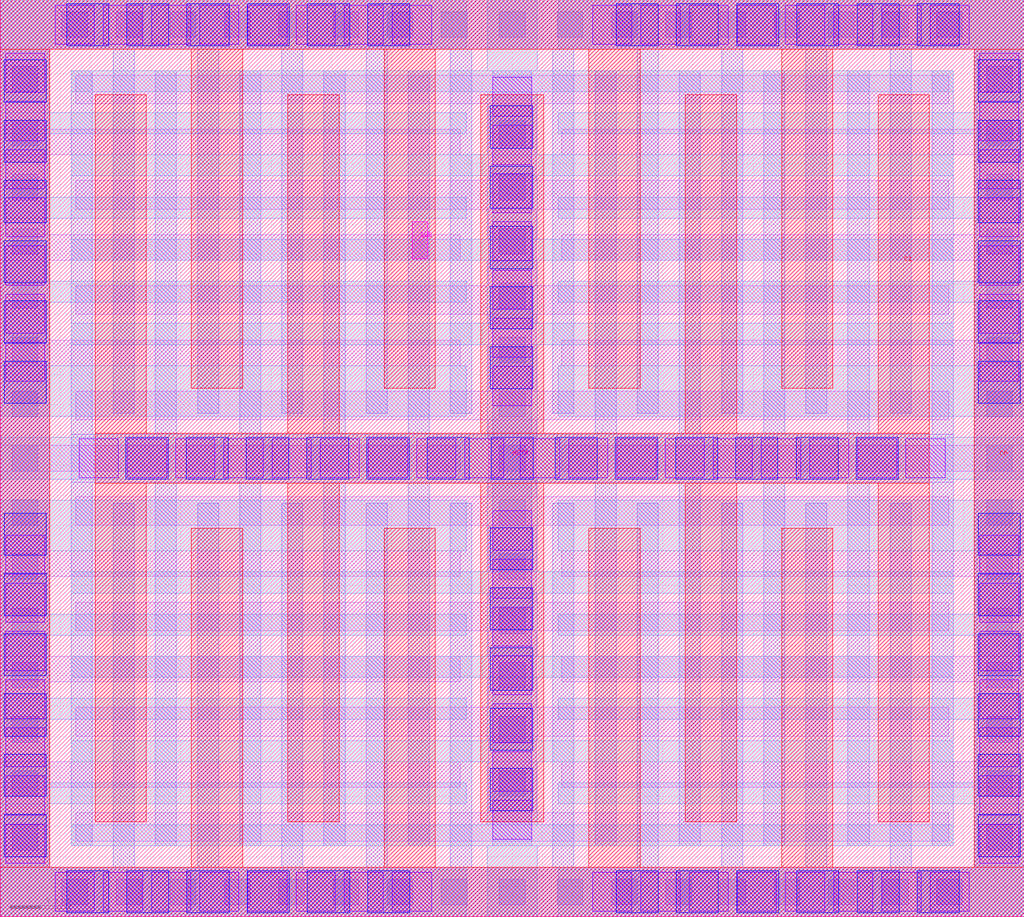
<source format=lef>
# Copyright 2020 The SkyWater PDK Authors
#
# Licensed under the Apache License, Version 2.0 (the "License");
# you may not use this file except in compliance with the License.
# You may obtain a copy of the License at
#
#     https://www.apache.org/licenses/LICENSE-2.0
#
# Unless required by applicable law or agreed to in writing, software
# distributed under the License is distributed on an "AS IS" BASIS,
# WITHOUT WARRANTIES OR CONDITIONS OF ANY KIND, either express or implied.
# See the License for the specific language governing permissions and
# limitations under the License.
#
# SPDX-License-Identifier: Apache-2.0

VERSION 5.7 ;
  NOWIREEXTENSIONATPIN ON ;
  DIVIDERCHAR "/" ;
  BUSBITCHARS "[]" ;
MACRO sky130_fd_pr__cap_vpp_06p8x06p1_l1m1m2m3_shieldpom4
  CLASS BLOCK ;
  FOREIGN sky130_fd_pr__cap_vpp_06p8x06p1_l1m1m2m3_shieldpom4 ;
  ORIGIN  0.000000  0.000000 ;
  SIZE  6.800000 BY  6.090000 ;
  PIN C0
    PORT
      LAYER met3 ;
        RECT 0.000000 0.000000 6.800000 0.330000 ;
        RECT 0.000000 0.330000 0.330000 5.760000 ;
        RECT 0.000000 5.760000 6.800000 6.090000 ;
        RECT 1.270000 0.330000 1.610000 2.580000 ;
        RECT 1.270000 3.510000 1.610000 5.760000 ;
        RECT 2.550000 0.330000 2.890000 2.580000 ;
        RECT 2.550000 3.510000 2.890000 5.760000 ;
        RECT 3.910000 0.330000 4.250000 2.580000 ;
        RECT 3.910000 3.510000 4.250000 5.760000 ;
        RECT 5.190000 0.330000 5.530000 2.580000 ;
        RECT 5.190000 3.510000 5.530000 5.760000 ;
        RECT 6.470000 0.330000 6.800000 5.760000 ;
    END
  END C0
  PIN C1
    PORT
      LAYER met3 ;
        RECT 0.630000 0.630000 0.970000 2.880000 ;
        RECT 0.630000 2.880000 6.170000 3.210000 ;
        RECT 0.630000 3.210000 0.970000 5.460000 ;
        RECT 1.910000 0.630000 2.250000 2.880000 ;
        RECT 1.910000 3.210000 2.250000 5.460000 ;
        RECT 3.190000 0.630000 3.610000 2.880000 ;
        RECT 3.190000 3.210000 3.610000 5.460000 ;
        RECT 4.550000 0.630000 4.890000 2.880000 ;
        RECT 4.550000 3.210000 4.890000 5.460000 ;
        RECT 5.830000 0.630000 6.170000 2.880000 ;
        RECT 5.830000 3.210000 6.170000 5.460000 ;
    END
  END C1
  PIN MET4
    PORT
      LAYER met4 ;
        RECT 0.000000 0.000000 6.800000 6.090000 ;
    END
  END MET4
  PIN SUB
    PORT
      LAYER pwell ;
        RECT 2.735000 4.370000 2.840000 4.615000 ;
    END
  END SUB
  OBS
    LAYER li1 ;
      RECT 0.000000 0.000000 6.800000 0.330000 ;
      RECT 0.000000 0.330000 0.330000 0.860000 ;
      RECT 0.000000 0.860000 3.055000 1.030000 ;
      RECT 0.000000 1.030000 0.330000 1.560000 ;
      RECT 0.000000 1.560000 3.055000 1.730000 ;
      RECT 0.000000 1.730000 0.330000 2.260000 ;
      RECT 0.000000 2.260000 3.055000 2.430000 ;
      RECT 0.000000 2.430000 0.330000 2.960000 ;
      RECT 0.000000 2.960000 3.055000 3.130000 ;
      RECT 0.000000 3.130000 0.330000 3.660000 ;
      RECT 0.000000 3.660000 3.055000 3.830000 ;
      RECT 0.000000 3.830000 0.330000 4.360000 ;
      RECT 0.000000 4.360000 3.055000 4.530000 ;
      RECT 0.000000 4.530000 0.330000 5.060000 ;
      RECT 0.000000 5.060000 3.055000 5.230000 ;
      RECT 0.000000 5.230000 0.330000 5.760000 ;
      RECT 0.000000 5.760000 6.800000 6.090000 ;
      RECT 0.500000 0.500000 6.300000 0.690000 ;
      RECT 0.500000 1.200000 6.300000 1.390000 ;
      RECT 0.500000 1.900000 6.300000 2.090000 ;
      RECT 0.500000 2.600000 6.300000 2.790000 ;
      RECT 0.500000 3.300000 6.300000 3.490000 ;
      RECT 0.500000 4.000000 6.300000 4.190000 ;
      RECT 0.500000 4.700000 6.300000 4.890000 ;
      RECT 0.500000 5.400000 6.300000 5.590000 ;
      RECT 3.240000 0.690000 3.560000 1.200000 ;
      RECT 3.240000 1.390000 3.560000 1.900000 ;
      RECT 3.240000 2.090000 3.560000 2.600000 ;
      RECT 3.240000 2.790000 3.560000 3.300000 ;
      RECT 3.240000 3.490000 3.560000 4.000000 ;
      RECT 3.240000 4.190000 3.560000 4.700000 ;
      RECT 3.240000 4.890000 3.560000 5.400000 ;
      RECT 3.730000 0.860000 6.800000 1.030000 ;
      RECT 3.730000 1.560000 6.800000 1.730000 ;
      RECT 3.730000 2.260000 6.800000 2.430000 ;
      RECT 3.730000 2.960000 6.800000 3.130000 ;
      RECT 3.730000 3.660000 6.800000 3.830000 ;
      RECT 3.730000 4.360000 6.800000 4.530000 ;
      RECT 3.730000 5.060000 6.800000 5.230000 ;
      RECT 6.470000 0.330000 6.800000 0.860000 ;
      RECT 6.470000 1.030000 6.800000 1.560000 ;
      RECT 6.470000 1.730000 6.800000 2.260000 ;
      RECT 6.470000 2.430000 6.800000 2.960000 ;
      RECT 6.470000 3.130000 6.800000 3.660000 ;
      RECT 6.470000 3.830000 6.800000 4.360000 ;
      RECT 6.470000 4.530000 6.800000 5.060000 ;
      RECT 6.470000 5.230000 6.800000 5.760000 ;
    LAYER mcon ;
      RECT 0.080000 0.440000 0.250000 0.610000 ;
      RECT 0.080000 0.800000 0.250000 0.970000 ;
      RECT 0.080000 1.160000 0.250000 1.330000 ;
      RECT 0.080000 1.520000 0.250000 1.690000 ;
      RECT 0.080000 1.880000 0.250000 2.050000 ;
      RECT 0.080000 2.240000 0.250000 2.410000 ;
      RECT 0.080000 2.600000 0.250000 2.770000 ;
      RECT 0.080000 2.960000 0.250000 3.130000 ;
      RECT 0.080000 3.320000 0.250000 3.490000 ;
      RECT 0.080000 3.680000 0.250000 3.850000 ;
      RECT 0.080000 4.040000 0.250000 4.210000 ;
      RECT 0.080000 4.400000 0.250000 4.570000 ;
      RECT 0.080000 4.760000 0.250000 4.930000 ;
      RECT 0.080000 5.120000 0.250000 5.290000 ;
      RECT 0.080000 5.480000 0.250000 5.650000 ;
      RECT 0.410000 0.080000 0.580000 0.250000 ;
      RECT 0.410000 5.840000 0.580000 6.010000 ;
      RECT 0.770000 0.080000 0.940000 0.250000 ;
      RECT 0.770000 5.840000 0.940000 6.010000 ;
      RECT 1.130000 0.080000 1.300000 0.250000 ;
      RECT 1.130000 5.840000 1.300000 6.010000 ;
      RECT 1.490000 0.080000 1.660000 0.250000 ;
      RECT 1.490000 5.840000 1.660000 6.010000 ;
      RECT 1.850000 0.080000 2.020000 0.250000 ;
      RECT 1.850000 5.840000 2.020000 6.010000 ;
      RECT 2.210000 0.080000 2.380000 0.250000 ;
      RECT 2.210000 5.840000 2.380000 6.010000 ;
      RECT 2.570000 0.080000 2.740000 0.250000 ;
      RECT 2.570000 5.840000 2.740000 6.010000 ;
      RECT 2.930000 0.080000 3.100000 0.250000 ;
      RECT 2.930000 5.840000 3.100000 6.010000 ;
      RECT 3.315000 0.080000 3.485000 0.250000 ;
      RECT 3.315000 0.800000 3.485000 0.970000 ;
      RECT 3.315000 1.160000 3.485000 1.330000 ;
      RECT 3.315000 1.520000 3.485000 1.690000 ;
      RECT 3.315000 1.880000 3.485000 2.050000 ;
      RECT 3.315000 2.240000 3.485000 2.410000 ;
      RECT 3.315000 2.600000 3.485000 2.770000 ;
      RECT 3.315000 2.960000 3.485000 3.130000 ;
      RECT 3.315000 3.320000 3.485000 3.490000 ;
      RECT 3.315000 3.680000 3.485000 3.850000 ;
      RECT 3.315000 4.040000 3.485000 4.210000 ;
      RECT 3.315000 4.400000 3.485000 4.570000 ;
      RECT 3.315000 4.760000 3.485000 4.930000 ;
      RECT 3.315000 5.120000 3.485000 5.290000 ;
      RECT 3.315000 5.840000 3.485000 6.010000 ;
      RECT 3.700000 0.080000 3.870000 0.250000 ;
      RECT 3.700000 5.840000 3.870000 6.010000 ;
      RECT 4.060000 0.080000 4.230000 0.250000 ;
      RECT 4.060000 5.840000 4.230000 6.010000 ;
      RECT 4.420000 0.080000 4.590000 0.250000 ;
      RECT 4.420000 5.840000 4.590000 6.010000 ;
      RECT 4.780000 0.080000 4.950000 0.250000 ;
      RECT 4.780000 5.840000 4.950000 6.010000 ;
      RECT 5.140000 0.080000 5.310000 0.250000 ;
      RECT 5.140000 5.840000 5.310000 6.010000 ;
      RECT 5.500000 0.080000 5.670000 0.250000 ;
      RECT 5.500000 5.840000 5.670000 6.010000 ;
      RECT 5.860000 0.080000 6.030000 0.250000 ;
      RECT 5.860000 5.840000 6.030000 6.010000 ;
      RECT 6.220000 0.080000 6.390000 0.250000 ;
      RECT 6.220000 5.840000 6.390000 6.010000 ;
      RECT 6.550000 0.440000 6.720000 0.610000 ;
      RECT 6.550000 0.800000 6.720000 0.970000 ;
      RECT 6.550000 1.160000 6.720000 1.330000 ;
      RECT 6.550000 1.520000 6.720000 1.690000 ;
      RECT 6.550000 1.880000 6.720000 2.050000 ;
      RECT 6.550000 2.240000 6.720000 2.410000 ;
      RECT 6.550000 2.600000 6.720000 2.770000 ;
      RECT 6.550000 2.960000 6.720000 3.130000 ;
      RECT 6.550000 3.320000 6.720000 3.490000 ;
      RECT 6.550000 3.680000 6.720000 3.850000 ;
      RECT 6.550000 4.040000 6.720000 4.210000 ;
      RECT 6.550000 4.400000 6.720000 4.570000 ;
      RECT 6.550000 4.760000 6.720000 4.930000 ;
      RECT 6.550000 5.120000 6.720000 5.290000 ;
      RECT 6.550000 5.480000 6.720000 5.650000 ;
    LAYER met1 ;
      RECT 0.000000 0.000000 6.800000 0.330000 ;
      RECT 0.000000 0.330000 0.330000 5.760000 ;
      RECT 0.000000 5.760000 6.800000 6.090000 ;
      RECT 0.470000 0.470000 0.610000 2.885000 ;
      RECT 0.470000 2.885000 6.330000 3.205000 ;
      RECT 0.470000 3.205000 0.610000 5.620000 ;
      RECT 0.750000 0.330000 0.890000 2.745000 ;
      RECT 0.750000 3.345000 0.890000 5.760000 ;
      RECT 1.030000 0.470000 1.170000 2.885000 ;
      RECT 1.030000 3.205000 1.170000 5.620000 ;
      RECT 1.310000 0.330000 1.450000 2.745000 ;
      RECT 1.310000 3.345000 1.450000 5.760000 ;
      RECT 1.590000 0.470000 1.730000 2.885000 ;
      RECT 1.590000 3.205000 1.730000 5.620000 ;
      RECT 1.870000 0.330000 2.010000 2.745000 ;
      RECT 1.870000 3.345000 2.010000 5.760000 ;
      RECT 2.150000 0.470000 2.290000 2.885000 ;
      RECT 2.150000 3.205000 2.290000 5.620000 ;
      RECT 2.430000 0.330000 2.570000 2.745000 ;
      RECT 2.430000 3.345000 2.570000 5.760000 ;
      RECT 2.710000 0.470000 2.850000 2.885000 ;
      RECT 2.710000 3.205000 2.850000 5.620000 ;
      RECT 2.990000 0.330000 3.130000 2.745000 ;
      RECT 2.990000 3.345000 3.130000 5.760000 ;
      RECT 3.270000 0.470000 3.530000 2.885000 ;
      RECT 3.270000 3.205000 3.530000 5.620000 ;
      RECT 3.670000 0.330000 3.810000 2.745000 ;
      RECT 3.670000 3.345000 3.810000 5.760000 ;
      RECT 3.950000 0.470000 4.090000 2.885000 ;
      RECT 3.950000 3.205000 4.090000 5.620000 ;
      RECT 4.230000 0.330000 4.370000 2.745000 ;
      RECT 4.230000 3.345000 4.370000 5.760000 ;
      RECT 4.510000 0.470000 4.650000 2.885000 ;
      RECT 4.510000 3.205000 4.650000 5.620000 ;
      RECT 4.790000 0.330000 4.930000 2.745000 ;
      RECT 4.790000 3.345000 4.930000 5.760000 ;
      RECT 5.070000 0.470000 5.210000 2.885000 ;
      RECT 5.070000 3.205000 5.210000 5.620000 ;
      RECT 5.350000 0.330000 5.490000 2.745000 ;
      RECT 5.350000 3.345000 5.490000 5.760000 ;
      RECT 5.630000 0.470000 5.770000 2.885000 ;
      RECT 5.630000 3.205000 5.770000 5.620000 ;
      RECT 5.910000 0.330000 6.050000 2.745000 ;
      RECT 5.910000 3.345000 6.050000 5.760000 ;
      RECT 6.190000 0.470000 6.330000 2.885000 ;
      RECT 6.190000 3.205000 6.330000 5.620000 ;
      RECT 6.470000 0.330000 6.800000 5.760000 ;
    LAYER met2 ;
      RECT 0.000000 0.000000 3.095000 0.330000 ;
      RECT 0.000000 0.330000 0.330000 0.750000 ;
      RECT 0.000000 0.750000 3.095000 0.890000 ;
      RECT 0.000000 0.890000 0.330000 1.310000 ;
      RECT 0.000000 1.310000 3.095000 1.450000 ;
      RECT 0.000000 1.450000 0.330000 1.870000 ;
      RECT 0.000000 1.870000 3.095000 2.010000 ;
      RECT 0.000000 2.010000 0.330000 2.430000 ;
      RECT 0.000000 2.430000 3.095000 2.765000 ;
      RECT 0.000000 2.905000 6.800000 3.185000 ;
      RECT 0.000000 3.325000 3.095000 3.660000 ;
      RECT 0.000000 3.660000 0.330000 4.080000 ;
      RECT 0.000000 4.080000 3.095000 4.220000 ;
      RECT 0.000000 4.220000 0.330000 4.640000 ;
      RECT 0.000000 4.640000 3.095000 4.780000 ;
      RECT 0.000000 4.780000 0.330000 5.200000 ;
      RECT 0.000000 5.200000 3.095000 5.340000 ;
      RECT 0.000000 5.340000 0.330000 5.760000 ;
      RECT 0.000000 5.760000 3.095000 6.090000 ;
      RECT 0.470000 0.470000 6.330000 0.610000 ;
      RECT 0.470000 1.030000 6.330000 1.170000 ;
      RECT 0.470000 1.590000 6.330000 1.730000 ;
      RECT 0.470000 2.150000 6.330000 2.290000 ;
      RECT 0.470000 3.800000 6.330000 3.940000 ;
      RECT 0.470000 4.360000 6.330000 4.500000 ;
      RECT 0.470000 4.920000 6.330000 5.060000 ;
      RECT 0.470000 5.480000 6.330000 5.620000 ;
      RECT 3.235000 0.000000 3.565000 0.470000 ;
      RECT 3.235000 0.610000 3.565000 1.030000 ;
      RECT 3.235000 1.170000 3.565000 1.590000 ;
      RECT 3.235000 1.730000 3.565000 2.150000 ;
      RECT 3.235000 2.290000 3.565000 2.905000 ;
      RECT 3.235000 3.185000 3.565000 3.800000 ;
      RECT 3.235000 3.940000 3.565000 4.360000 ;
      RECT 3.235000 4.500000 3.565000 4.920000 ;
      RECT 3.235000 5.060000 3.565000 5.480000 ;
      RECT 3.235000 5.620000 3.565000 6.090000 ;
      RECT 3.705000 0.000000 6.800000 0.330000 ;
      RECT 3.705000 0.750000 6.800000 0.890000 ;
      RECT 3.705000 1.310000 6.800000 1.450000 ;
      RECT 3.705000 1.870000 6.800000 2.010000 ;
      RECT 3.705000 2.430000 6.800000 2.765000 ;
      RECT 3.705000 3.325000 6.800000 3.660000 ;
      RECT 3.705000 4.080000 6.800000 4.220000 ;
      RECT 3.705000 4.640000 6.800000 4.780000 ;
      RECT 3.705000 5.200000 6.800000 5.340000 ;
      RECT 3.705000 5.760000 6.800000 6.090000 ;
      RECT 6.470000 0.330000 6.800000 0.750000 ;
      RECT 6.470000 0.890000 6.800000 1.310000 ;
      RECT 6.470000 1.450000 6.800000 1.870000 ;
      RECT 6.470000 2.010000 6.800000 2.430000 ;
      RECT 6.470000 3.660000 6.800000 4.080000 ;
      RECT 6.470000 4.220000 6.800000 4.640000 ;
      RECT 6.470000 4.780000 6.800000 5.200000 ;
      RECT 6.470000 5.340000 6.800000 5.760000 ;
    LAYER via ;
      RECT 0.035000 0.355000 0.295000 0.615000 ;
      RECT 0.035000 0.675000 0.295000 0.935000 ;
      RECT 0.035000 0.995000 0.295000 1.255000 ;
      RECT 0.035000 1.315000 0.295000 1.575000 ;
      RECT 0.035000 1.635000 0.295000 1.895000 ;
      RECT 0.035000 1.955000 0.295000 2.215000 ;
      RECT 0.035000 2.275000 0.295000 2.535000 ;
      RECT 0.035000 3.555000 0.295000 3.815000 ;
      RECT 0.035000 3.875000 0.295000 4.135000 ;
      RECT 0.035000 4.195000 0.295000 4.455000 ;
      RECT 0.035000 4.515000 0.295000 4.775000 ;
      RECT 0.035000 4.835000 0.295000 5.095000 ;
      RECT 0.035000 5.155000 0.295000 5.415000 ;
      RECT 0.035000 5.475000 0.295000 5.735000 ;
      RECT 0.365000 0.035000 0.625000 0.295000 ;
      RECT 0.365000 5.795000 0.625000 6.055000 ;
      RECT 0.525000 2.915000 0.785000 3.175000 ;
      RECT 0.685000 0.035000 0.945000 0.295000 ;
      RECT 0.685000 5.795000 0.945000 6.055000 ;
      RECT 0.845000 2.915000 1.105000 3.175000 ;
      RECT 1.005000 0.035000 1.265000 0.295000 ;
      RECT 1.005000 5.795000 1.265000 6.055000 ;
      RECT 1.165000 2.915000 1.425000 3.175000 ;
      RECT 1.325000 0.035000 1.585000 0.295000 ;
      RECT 1.325000 5.795000 1.585000 6.055000 ;
      RECT 1.485000 2.915000 1.745000 3.175000 ;
      RECT 1.645000 0.035000 1.905000 0.295000 ;
      RECT 1.645000 5.795000 1.905000 6.055000 ;
      RECT 1.805000 2.915000 2.065000 3.175000 ;
      RECT 1.965000 0.035000 2.225000 0.295000 ;
      RECT 1.965000 5.795000 2.225000 6.055000 ;
      RECT 2.125000 2.915000 2.385000 3.175000 ;
      RECT 2.285000 0.035000 2.545000 0.295000 ;
      RECT 2.285000 5.795000 2.545000 6.055000 ;
      RECT 2.445000 2.915000 2.705000 3.175000 ;
      RECT 2.605000 0.035000 2.865000 0.295000 ;
      RECT 2.605000 5.795000 2.865000 6.055000 ;
      RECT 2.765000 2.915000 3.025000 3.175000 ;
      RECT 3.085000 2.915000 3.345000 3.175000 ;
      RECT 3.270000 0.515000 3.530000 0.775000 ;
      RECT 3.270000 0.835000 3.530000 1.095000 ;
      RECT 3.270000 1.155000 3.530000 1.415000 ;
      RECT 3.270000 1.475000 3.530000 1.735000 ;
      RECT 3.270000 1.795000 3.530000 2.055000 ;
      RECT 3.270000 2.115000 3.530000 2.375000 ;
      RECT 3.270000 2.435000 3.530000 2.695000 ;
      RECT 3.270000 3.395000 3.530000 3.655000 ;
      RECT 3.270000 3.715000 3.530000 3.975000 ;
      RECT 3.270000 4.035000 3.530000 4.295000 ;
      RECT 3.270000 4.355000 3.530000 4.615000 ;
      RECT 3.270000 4.675000 3.530000 4.935000 ;
      RECT 3.270000 4.995000 3.530000 5.255000 ;
      RECT 3.270000 5.315000 3.530000 5.575000 ;
      RECT 3.455000 2.915000 3.715000 3.175000 ;
      RECT 3.775000 2.915000 4.035000 3.175000 ;
      RECT 3.935000 0.035000 4.195000 0.295000 ;
      RECT 3.935000 5.795000 4.195000 6.055000 ;
      RECT 4.095000 2.915000 4.355000 3.175000 ;
      RECT 4.255000 0.035000 4.515000 0.295000 ;
      RECT 4.255000 5.795000 4.515000 6.055000 ;
      RECT 4.415000 2.915000 4.675000 3.175000 ;
      RECT 4.575000 0.035000 4.835000 0.295000 ;
      RECT 4.575000 5.795000 4.835000 6.055000 ;
      RECT 4.735000 2.915000 4.995000 3.175000 ;
      RECT 4.895000 0.035000 5.155000 0.295000 ;
      RECT 4.895000 5.795000 5.155000 6.055000 ;
      RECT 5.055000 2.915000 5.315000 3.175000 ;
      RECT 5.215000 0.035000 5.475000 0.295000 ;
      RECT 5.215000 5.795000 5.475000 6.055000 ;
      RECT 5.375000 2.915000 5.635000 3.175000 ;
      RECT 5.535000 0.035000 5.795000 0.295000 ;
      RECT 5.535000 5.795000 5.795000 6.055000 ;
      RECT 5.695000 2.915000 5.955000 3.175000 ;
      RECT 5.855000 0.035000 6.115000 0.295000 ;
      RECT 5.855000 5.795000 6.115000 6.055000 ;
      RECT 6.015000 2.915000 6.275000 3.175000 ;
      RECT 6.175000 0.035000 6.435000 0.295000 ;
      RECT 6.175000 5.795000 6.435000 6.055000 ;
      RECT 6.505000 0.355000 6.765000 0.615000 ;
      RECT 6.505000 0.675000 6.765000 0.935000 ;
      RECT 6.505000 0.995000 6.765000 1.255000 ;
      RECT 6.505000 1.315000 6.765000 1.575000 ;
      RECT 6.505000 1.635000 6.765000 1.895000 ;
      RECT 6.505000 1.955000 6.765000 2.215000 ;
      RECT 6.505000 2.275000 6.765000 2.535000 ;
      RECT 6.505000 3.555000 6.765000 3.815000 ;
      RECT 6.505000 3.875000 6.765000 4.135000 ;
      RECT 6.505000 4.195000 6.765000 4.455000 ;
      RECT 6.505000 4.515000 6.765000 4.775000 ;
      RECT 6.505000 4.835000 6.765000 5.095000 ;
      RECT 6.505000 5.155000 6.765000 5.415000 ;
      RECT 6.505000 5.475000 6.765000 5.735000 ;
    LAYER via2 ;
      RECT 0.025000 0.400000 0.305000 0.680000 ;
      RECT 0.025000 0.800000 0.305000 1.080000 ;
      RECT 0.025000 1.200000 0.305000 1.480000 ;
      RECT 0.025000 1.600000 0.305000 1.880000 ;
      RECT 0.025000 2.000000 0.305000 2.280000 ;
      RECT 0.025000 2.400000 0.305000 2.680000 ;
      RECT 0.025000 3.410000 0.305000 3.690000 ;
      RECT 0.025000 3.810000 0.305000 4.090000 ;
      RECT 0.025000 4.210000 0.305000 4.490000 ;
      RECT 0.025000 4.610000 0.305000 4.890000 ;
      RECT 0.025000 5.010000 0.305000 5.290000 ;
      RECT 0.025000 5.410000 0.305000 5.690000 ;
      RECT 0.440000 0.025000 0.720000 0.305000 ;
      RECT 0.440000 5.785000 0.720000 6.065000 ;
      RECT 0.835000 2.905000 1.115000 3.185000 ;
      RECT 0.840000 0.025000 1.120000 0.305000 ;
      RECT 0.840000 5.785000 1.120000 6.065000 ;
      RECT 1.235000 2.905000 1.515000 3.185000 ;
      RECT 1.240000 0.025000 1.520000 0.305000 ;
      RECT 1.240000 5.785000 1.520000 6.065000 ;
      RECT 1.635000 2.905000 1.915000 3.185000 ;
      RECT 1.640000 0.025000 1.920000 0.305000 ;
      RECT 1.640000 5.785000 1.920000 6.065000 ;
      RECT 2.035000 2.905000 2.315000 3.185000 ;
      RECT 2.040000 0.025000 2.320000 0.305000 ;
      RECT 2.040000 5.785000 2.320000 6.065000 ;
      RECT 2.435000 2.905000 2.715000 3.185000 ;
      RECT 2.440000 0.025000 2.720000 0.305000 ;
      RECT 2.440000 5.785000 2.720000 6.065000 ;
      RECT 2.835000 2.905000 3.115000 3.185000 ;
      RECT 3.255000 0.705000 3.535000 0.985000 ;
      RECT 3.255000 1.105000 3.535000 1.385000 ;
      RECT 3.255000 1.505000 3.535000 1.785000 ;
      RECT 3.255000 1.905000 3.535000 2.185000 ;
      RECT 3.255000 2.305000 3.535000 2.585000 ;
      RECT 3.255000 3.505000 3.535000 3.785000 ;
      RECT 3.255000 3.905000 3.535000 4.185000 ;
      RECT 3.255000 4.305000 3.535000 4.585000 ;
      RECT 3.255000 4.705000 3.535000 4.985000 ;
      RECT 3.255000 5.105000 3.535000 5.385000 ;
      RECT 3.260000 2.905000 3.540000 3.185000 ;
      RECT 3.685000 2.905000 3.965000 3.185000 ;
      RECT 4.085000 2.905000 4.365000 3.185000 ;
      RECT 4.090000 0.025000 4.370000 0.305000 ;
      RECT 4.090000 5.785000 4.370000 6.065000 ;
      RECT 4.485000 2.905000 4.765000 3.185000 ;
      RECT 4.490000 0.025000 4.770000 0.305000 ;
      RECT 4.490000 5.785000 4.770000 6.065000 ;
      RECT 4.885000 2.905000 5.165000 3.185000 ;
      RECT 4.890000 0.025000 5.170000 0.305000 ;
      RECT 4.890000 5.785000 5.170000 6.065000 ;
      RECT 5.285000 2.905000 5.565000 3.185000 ;
      RECT 5.290000 0.025000 5.570000 0.305000 ;
      RECT 5.290000 5.785000 5.570000 6.065000 ;
      RECT 5.685000 2.905000 5.965000 3.185000 ;
      RECT 5.690000 0.025000 5.970000 0.305000 ;
      RECT 5.690000 5.785000 5.970000 6.065000 ;
      RECT 6.090000 0.025000 6.370000 0.305000 ;
      RECT 6.090000 5.785000 6.370000 6.065000 ;
      RECT 6.495000 0.400000 6.775000 0.680000 ;
      RECT 6.495000 0.800000 6.775000 1.080000 ;
      RECT 6.495000 1.200000 6.775000 1.480000 ;
      RECT 6.495000 1.600000 6.775000 1.880000 ;
      RECT 6.495000 2.000000 6.775000 2.280000 ;
      RECT 6.495000 2.400000 6.775000 2.680000 ;
      RECT 6.495000 3.410000 6.775000 3.690000 ;
      RECT 6.495000 3.810000 6.775000 4.090000 ;
      RECT 6.495000 4.210000 6.775000 4.490000 ;
      RECT 6.495000 4.610000 6.775000 4.890000 ;
      RECT 6.495000 5.010000 6.775000 5.290000 ;
      RECT 6.495000 5.410000 6.775000 5.690000 ;
  END
END sky130_fd_pr__cap_vpp_06p8x06p1_l1m1m2m3_shieldpom4
END LIBRARY

</source>
